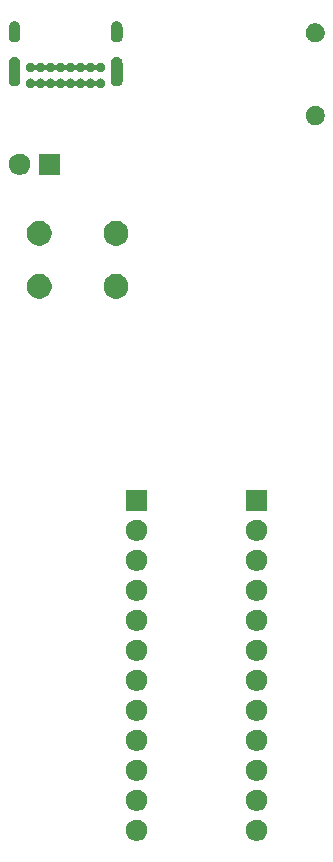
<source format=gbr>
G04 #@! TF.GenerationSoftware,KiCad,Pcbnew,5.1.5*
G04 #@! TF.CreationDate,2020-02-17T14:33:41-05:00*
G04 #@! TF.ProjectId,stm32,73746d33-322e-46b6-9963-61645f706362,B*
G04 #@! TF.SameCoordinates,Original*
G04 #@! TF.FileFunction,Soldermask,Bot*
G04 #@! TF.FilePolarity,Negative*
%FSLAX46Y46*%
G04 Gerber Fmt 4.6, Leading zero omitted, Abs format (unit mm)*
G04 Created by KiCad (PCBNEW 5.1.5) date 2020-02-17 14:33:41*
%MOMM*%
%LPD*%
G04 APERTURE LIST*
%ADD10C,0.100000*%
G04 APERTURE END LIST*
D10*
G36*
X132828512Y-128643927D02*
G01*
X132977812Y-128673624D01*
X133141784Y-128741544D01*
X133289354Y-128840147D01*
X133414853Y-128965646D01*
X133513456Y-129113216D01*
X133581376Y-129277188D01*
X133616000Y-129451259D01*
X133616000Y-129628741D01*
X133581376Y-129802812D01*
X133513456Y-129966784D01*
X133414853Y-130114354D01*
X133289354Y-130239853D01*
X133141784Y-130338456D01*
X132977812Y-130406376D01*
X132828512Y-130436073D01*
X132803742Y-130441000D01*
X132626258Y-130441000D01*
X132601488Y-130436073D01*
X132452188Y-130406376D01*
X132288216Y-130338456D01*
X132140646Y-130239853D01*
X132015147Y-130114354D01*
X131916544Y-129966784D01*
X131848624Y-129802812D01*
X131814000Y-129628741D01*
X131814000Y-129451259D01*
X131848624Y-129277188D01*
X131916544Y-129113216D01*
X132015147Y-128965646D01*
X132140646Y-128840147D01*
X132288216Y-128741544D01*
X132452188Y-128673624D01*
X132601488Y-128643927D01*
X132626258Y-128639000D01*
X132803742Y-128639000D01*
X132828512Y-128643927D01*
G37*
G36*
X122668512Y-128643927D02*
G01*
X122817812Y-128673624D01*
X122981784Y-128741544D01*
X123129354Y-128840147D01*
X123254853Y-128965646D01*
X123353456Y-129113216D01*
X123421376Y-129277188D01*
X123456000Y-129451259D01*
X123456000Y-129628741D01*
X123421376Y-129802812D01*
X123353456Y-129966784D01*
X123254853Y-130114354D01*
X123129354Y-130239853D01*
X122981784Y-130338456D01*
X122817812Y-130406376D01*
X122668512Y-130436073D01*
X122643742Y-130441000D01*
X122466258Y-130441000D01*
X122441488Y-130436073D01*
X122292188Y-130406376D01*
X122128216Y-130338456D01*
X121980646Y-130239853D01*
X121855147Y-130114354D01*
X121756544Y-129966784D01*
X121688624Y-129802812D01*
X121654000Y-129628741D01*
X121654000Y-129451259D01*
X121688624Y-129277188D01*
X121756544Y-129113216D01*
X121855147Y-128965646D01*
X121980646Y-128840147D01*
X122128216Y-128741544D01*
X122292188Y-128673624D01*
X122441488Y-128643927D01*
X122466258Y-128639000D01*
X122643742Y-128639000D01*
X122668512Y-128643927D01*
G37*
G36*
X132828512Y-126103927D02*
G01*
X132977812Y-126133624D01*
X133141784Y-126201544D01*
X133289354Y-126300147D01*
X133414853Y-126425646D01*
X133513456Y-126573216D01*
X133581376Y-126737188D01*
X133616000Y-126911259D01*
X133616000Y-127088741D01*
X133581376Y-127262812D01*
X133513456Y-127426784D01*
X133414853Y-127574354D01*
X133289354Y-127699853D01*
X133141784Y-127798456D01*
X132977812Y-127866376D01*
X132828512Y-127896073D01*
X132803742Y-127901000D01*
X132626258Y-127901000D01*
X132601488Y-127896073D01*
X132452188Y-127866376D01*
X132288216Y-127798456D01*
X132140646Y-127699853D01*
X132015147Y-127574354D01*
X131916544Y-127426784D01*
X131848624Y-127262812D01*
X131814000Y-127088741D01*
X131814000Y-126911259D01*
X131848624Y-126737188D01*
X131916544Y-126573216D01*
X132015147Y-126425646D01*
X132140646Y-126300147D01*
X132288216Y-126201544D01*
X132452188Y-126133624D01*
X132601488Y-126103927D01*
X132626258Y-126099000D01*
X132803742Y-126099000D01*
X132828512Y-126103927D01*
G37*
G36*
X122668512Y-126103927D02*
G01*
X122817812Y-126133624D01*
X122981784Y-126201544D01*
X123129354Y-126300147D01*
X123254853Y-126425646D01*
X123353456Y-126573216D01*
X123421376Y-126737188D01*
X123456000Y-126911259D01*
X123456000Y-127088741D01*
X123421376Y-127262812D01*
X123353456Y-127426784D01*
X123254853Y-127574354D01*
X123129354Y-127699853D01*
X122981784Y-127798456D01*
X122817812Y-127866376D01*
X122668512Y-127896073D01*
X122643742Y-127901000D01*
X122466258Y-127901000D01*
X122441488Y-127896073D01*
X122292188Y-127866376D01*
X122128216Y-127798456D01*
X121980646Y-127699853D01*
X121855147Y-127574354D01*
X121756544Y-127426784D01*
X121688624Y-127262812D01*
X121654000Y-127088741D01*
X121654000Y-126911259D01*
X121688624Y-126737188D01*
X121756544Y-126573216D01*
X121855147Y-126425646D01*
X121980646Y-126300147D01*
X122128216Y-126201544D01*
X122292188Y-126133624D01*
X122441488Y-126103927D01*
X122466258Y-126099000D01*
X122643742Y-126099000D01*
X122668512Y-126103927D01*
G37*
G36*
X132828512Y-123563927D02*
G01*
X132977812Y-123593624D01*
X133141784Y-123661544D01*
X133289354Y-123760147D01*
X133414853Y-123885646D01*
X133513456Y-124033216D01*
X133581376Y-124197188D01*
X133616000Y-124371259D01*
X133616000Y-124548741D01*
X133581376Y-124722812D01*
X133513456Y-124886784D01*
X133414853Y-125034354D01*
X133289354Y-125159853D01*
X133141784Y-125258456D01*
X132977812Y-125326376D01*
X132828512Y-125356073D01*
X132803742Y-125361000D01*
X132626258Y-125361000D01*
X132601488Y-125356073D01*
X132452188Y-125326376D01*
X132288216Y-125258456D01*
X132140646Y-125159853D01*
X132015147Y-125034354D01*
X131916544Y-124886784D01*
X131848624Y-124722812D01*
X131814000Y-124548741D01*
X131814000Y-124371259D01*
X131848624Y-124197188D01*
X131916544Y-124033216D01*
X132015147Y-123885646D01*
X132140646Y-123760147D01*
X132288216Y-123661544D01*
X132452188Y-123593624D01*
X132601488Y-123563927D01*
X132626258Y-123559000D01*
X132803742Y-123559000D01*
X132828512Y-123563927D01*
G37*
G36*
X122668512Y-123563927D02*
G01*
X122817812Y-123593624D01*
X122981784Y-123661544D01*
X123129354Y-123760147D01*
X123254853Y-123885646D01*
X123353456Y-124033216D01*
X123421376Y-124197188D01*
X123456000Y-124371259D01*
X123456000Y-124548741D01*
X123421376Y-124722812D01*
X123353456Y-124886784D01*
X123254853Y-125034354D01*
X123129354Y-125159853D01*
X122981784Y-125258456D01*
X122817812Y-125326376D01*
X122668512Y-125356073D01*
X122643742Y-125361000D01*
X122466258Y-125361000D01*
X122441488Y-125356073D01*
X122292188Y-125326376D01*
X122128216Y-125258456D01*
X121980646Y-125159853D01*
X121855147Y-125034354D01*
X121756544Y-124886784D01*
X121688624Y-124722812D01*
X121654000Y-124548741D01*
X121654000Y-124371259D01*
X121688624Y-124197188D01*
X121756544Y-124033216D01*
X121855147Y-123885646D01*
X121980646Y-123760147D01*
X122128216Y-123661544D01*
X122292188Y-123593624D01*
X122441488Y-123563927D01*
X122466258Y-123559000D01*
X122643742Y-123559000D01*
X122668512Y-123563927D01*
G37*
G36*
X132828512Y-121023927D02*
G01*
X132977812Y-121053624D01*
X133141784Y-121121544D01*
X133289354Y-121220147D01*
X133414853Y-121345646D01*
X133513456Y-121493216D01*
X133581376Y-121657188D01*
X133616000Y-121831259D01*
X133616000Y-122008741D01*
X133581376Y-122182812D01*
X133513456Y-122346784D01*
X133414853Y-122494354D01*
X133289354Y-122619853D01*
X133141784Y-122718456D01*
X132977812Y-122786376D01*
X132828512Y-122816073D01*
X132803742Y-122821000D01*
X132626258Y-122821000D01*
X132601488Y-122816073D01*
X132452188Y-122786376D01*
X132288216Y-122718456D01*
X132140646Y-122619853D01*
X132015147Y-122494354D01*
X131916544Y-122346784D01*
X131848624Y-122182812D01*
X131814000Y-122008741D01*
X131814000Y-121831259D01*
X131848624Y-121657188D01*
X131916544Y-121493216D01*
X132015147Y-121345646D01*
X132140646Y-121220147D01*
X132288216Y-121121544D01*
X132452188Y-121053624D01*
X132601488Y-121023927D01*
X132626258Y-121019000D01*
X132803742Y-121019000D01*
X132828512Y-121023927D01*
G37*
G36*
X122668512Y-121023927D02*
G01*
X122817812Y-121053624D01*
X122981784Y-121121544D01*
X123129354Y-121220147D01*
X123254853Y-121345646D01*
X123353456Y-121493216D01*
X123421376Y-121657188D01*
X123456000Y-121831259D01*
X123456000Y-122008741D01*
X123421376Y-122182812D01*
X123353456Y-122346784D01*
X123254853Y-122494354D01*
X123129354Y-122619853D01*
X122981784Y-122718456D01*
X122817812Y-122786376D01*
X122668512Y-122816073D01*
X122643742Y-122821000D01*
X122466258Y-122821000D01*
X122441488Y-122816073D01*
X122292188Y-122786376D01*
X122128216Y-122718456D01*
X121980646Y-122619853D01*
X121855147Y-122494354D01*
X121756544Y-122346784D01*
X121688624Y-122182812D01*
X121654000Y-122008741D01*
X121654000Y-121831259D01*
X121688624Y-121657188D01*
X121756544Y-121493216D01*
X121855147Y-121345646D01*
X121980646Y-121220147D01*
X122128216Y-121121544D01*
X122292188Y-121053624D01*
X122441488Y-121023927D01*
X122466258Y-121019000D01*
X122643742Y-121019000D01*
X122668512Y-121023927D01*
G37*
G36*
X132828512Y-118483927D02*
G01*
X132977812Y-118513624D01*
X133141784Y-118581544D01*
X133289354Y-118680147D01*
X133414853Y-118805646D01*
X133513456Y-118953216D01*
X133581376Y-119117188D01*
X133616000Y-119291259D01*
X133616000Y-119468741D01*
X133581376Y-119642812D01*
X133513456Y-119806784D01*
X133414853Y-119954354D01*
X133289354Y-120079853D01*
X133141784Y-120178456D01*
X132977812Y-120246376D01*
X132828512Y-120276073D01*
X132803742Y-120281000D01*
X132626258Y-120281000D01*
X132601488Y-120276073D01*
X132452188Y-120246376D01*
X132288216Y-120178456D01*
X132140646Y-120079853D01*
X132015147Y-119954354D01*
X131916544Y-119806784D01*
X131848624Y-119642812D01*
X131814000Y-119468741D01*
X131814000Y-119291259D01*
X131848624Y-119117188D01*
X131916544Y-118953216D01*
X132015147Y-118805646D01*
X132140646Y-118680147D01*
X132288216Y-118581544D01*
X132452188Y-118513624D01*
X132601488Y-118483927D01*
X132626258Y-118479000D01*
X132803742Y-118479000D01*
X132828512Y-118483927D01*
G37*
G36*
X122668512Y-118483927D02*
G01*
X122817812Y-118513624D01*
X122981784Y-118581544D01*
X123129354Y-118680147D01*
X123254853Y-118805646D01*
X123353456Y-118953216D01*
X123421376Y-119117188D01*
X123456000Y-119291259D01*
X123456000Y-119468741D01*
X123421376Y-119642812D01*
X123353456Y-119806784D01*
X123254853Y-119954354D01*
X123129354Y-120079853D01*
X122981784Y-120178456D01*
X122817812Y-120246376D01*
X122668512Y-120276073D01*
X122643742Y-120281000D01*
X122466258Y-120281000D01*
X122441488Y-120276073D01*
X122292188Y-120246376D01*
X122128216Y-120178456D01*
X121980646Y-120079853D01*
X121855147Y-119954354D01*
X121756544Y-119806784D01*
X121688624Y-119642812D01*
X121654000Y-119468741D01*
X121654000Y-119291259D01*
X121688624Y-119117188D01*
X121756544Y-118953216D01*
X121855147Y-118805646D01*
X121980646Y-118680147D01*
X122128216Y-118581544D01*
X122292188Y-118513624D01*
X122441488Y-118483927D01*
X122466258Y-118479000D01*
X122643742Y-118479000D01*
X122668512Y-118483927D01*
G37*
G36*
X122668512Y-115943927D02*
G01*
X122817812Y-115973624D01*
X122981784Y-116041544D01*
X123129354Y-116140147D01*
X123254853Y-116265646D01*
X123353456Y-116413216D01*
X123421376Y-116577188D01*
X123456000Y-116751259D01*
X123456000Y-116928741D01*
X123421376Y-117102812D01*
X123353456Y-117266784D01*
X123254853Y-117414354D01*
X123129354Y-117539853D01*
X122981784Y-117638456D01*
X122817812Y-117706376D01*
X122668512Y-117736073D01*
X122643742Y-117741000D01*
X122466258Y-117741000D01*
X122441488Y-117736073D01*
X122292188Y-117706376D01*
X122128216Y-117638456D01*
X121980646Y-117539853D01*
X121855147Y-117414354D01*
X121756544Y-117266784D01*
X121688624Y-117102812D01*
X121654000Y-116928741D01*
X121654000Y-116751259D01*
X121688624Y-116577188D01*
X121756544Y-116413216D01*
X121855147Y-116265646D01*
X121980646Y-116140147D01*
X122128216Y-116041544D01*
X122292188Y-115973624D01*
X122441488Y-115943927D01*
X122466258Y-115939000D01*
X122643742Y-115939000D01*
X122668512Y-115943927D01*
G37*
G36*
X132828512Y-115943927D02*
G01*
X132977812Y-115973624D01*
X133141784Y-116041544D01*
X133289354Y-116140147D01*
X133414853Y-116265646D01*
X133513456Y-116413216D01*
X133581376Y-116577188D01*
X133616000Y-116751259D01*
X133616000Y-116928741D01*
X133581376Y-117102812D01*
X133513456Y-117266784D01*
X133414853Y-117414354D01*
X133289354Y-117539853D01*
X133141784Y-117638456D01*
X132977812Y-117706376D01*
X132828512Y-117736073D01*
X132803742Y-117741000D01*
X132626258Y-117741000D01*
X132601488Y-117736073D01*
X132452188Y-117706376D01*
X132288216Y-117638456D01*
X132140646Y-117539853D01*
X132015147Y-117414354D01*
X131916544Y-117266784D01*
X131848624Y-117102812D01*
X131814000Y-116928741D01*
X131814000Y-116751259D01*
X131848624Y-116577188D01*
X131916544Y-116413216D01*
X132015147Y-116265646D01*
X132140646Y-116140147D01*
X132288216Y-116041544D01*
X132452188Y-115973624D01*
X132601488Y-115943927D01*
X132626258Y-115939000D01*
X132803742Y-115939000D01*
X132828512Y-115943927D01*
G37*
G36*
X132828512Y-113403927D02*
G01*
X132977812Y-113433624D01*
X133141784Y-113501544D01*
X133289354Y-113600147D01*
X133414853Y-113725646D01*
X133513456Y-113873216D01*
X133581376Y-114037188D01*
X133616000Y-114211259D01*
X133616000Y-114388741D01*
X133581376Y-114562812D01*
X133513456Y-114726784D01*
X133414853Y-114874354D01*
X133289354Y-114999853D01*
X133141784Y-115098456D01*
X132977812Y-115166376D01*
X132828512Y-115196073D01*
X132803742Y-115201000D01*
X132626258Y-115201000D01*
X132601488Y-115196073D01*
X132452188Y-115166376D01*
X132288216Y-115098456D01*
X132140646Y-114999853D01*
X132015147Y-114874354D01*
X131916544Y-114726784D01*
X131848624Y-114562812D01*
X131814000Y-114388741D01*
X131814000Y-114211259D01*
X131848624Y-114037188D01*
X131916544Y-113873216D01*
X132015147Y-113725646D01*
X132140646Y-113600147D01*
X132288216Y-113501544D01*
X132452188Y-113433624D01*
X132601488Y-113403927D01*
X132626258Y-113399000D01*
X132803742Y-113399000D01*
X132828512Y-113403927D01*
G37*
G36*
X122668512Y-113403927D02*
G01*
X122817812Y-113433624D01*
X122981784Y-113501544D01*
X123129354Y-113600147D01*
X123254853Y-113725646D01*
X123353456Y-113873216D01*
X123421376Y-114037188D01*
X123456000Y-114211259D01*
X123456000Y-114388741D01*
X123421376Y-114562812D01*
X123353456Y-114726784D01*
X123254853Y-114874354D01*
X123129354Y-114999853D01*
X122981784Y-115098456D01*
X122817812Y-115166376D01*
X122668512Y-115196073D01*
X122643742Y-115201000D01*
X122466258Y-115201000D01*
X122441488Y-115196073D01*
X122292188Y-115166376D01*
X122128216Y-115098456D01*
X121980646Y-114999853D01*
X121855147Y-114874354D01*
X121756544Y-114726784D01*
X121688624Y-114562812D01*
X121654000Y-114388741D01*
X121654000Y-114211259D01*
X121688624Y-114037188D01*
X121756544Y-113873216D01*
X121855147Y-113725646D01*
X121980646Y-113600147D01*
X122128216Y-113501544D01*
X122292188Y-113433624D01*
X122441488Y-113403927D01*
X122466258Y-113399000D01*
X122643742Y-113399000D01*
X122668512Y-113403927D01*
G37*
G36*
X132828512Y-110863927D02*
G01*
X132977812Y-110893624D01*
X133141784Y-110961544D01*
X133289354Y-111060147D01*
X133414853Y-111185646D01*
X133513456Y-111333216D01*
X133581376Y-111497188D01*
X133616000Y-111671259D01*
X133616000Y-111848741D01*
X133581376Y-112022812D01*
X133513456Y-112186784D01*
X133414853Y-112334354D01*
X133289354Y-112459853D01*
X133141784Y-112558456D01*
X132977812Y-112626376D01*
X132828512Y-112656073D01*
X132803742Y-112661000D01*
X132626258Y-112661000D01*
X132601488Y-112656073D01*
X132452188Y-112626376D01*
X132288216Y-112558456D01*
X132140646Y-112459853D01*
X132015147Y-112334354D01*
X131916544Y-112186784D01*
X131848624Y-112022812D01*
X131814000Y-111848741D01*
X131814000Y-111671259D01*
X131848624Y-111497188D01*
X131916544Y-111333216D01*
X132015147Y-111185646D01*
X132140646Y-111060147D01*
X132288216Y-110961544D01*
X132452188Y-110893624D01*
X132601488Y-110863927D01*
X132626258Y-110859000D01*
X132803742Y-110859000D01*
X132828512Y-110863927D01*
G37*
G36*
X122668512Y-110863927D02*
G01*
X122817812Y-110893624D01*
X122981784Y-110961544D01*
X123129354Y-111060147D01*
X123254853Y-111185646D01*
X123353456Y-111333216D01*
X123421376Y-111497188D01*
X123456000Y-111671259D01*
X123456000Y-111848741D01*
X123421376Y-112022812D01*
X123353456Y-112186784D01*
X123254853Y-112334354D01*
X123129354Y-112459853D01*
X122981784Y-112558456D01*
X122817812Y-112626376D01*
X122668512Y-112656073D01*
X122643742Y-112661000D01*
X122466258Y-112661000D01*
X122441488Y-112656073D01*
X122292188Y-112626376D01*
X122128216Y-112558456D01*
X121980646Y-112459853D01*
X121855147Y-112334354D01*
X121756544Y-112186784D01*
X121688624Y-112022812D01*
X121654000Y-111848741D01*
X121654000Y-111671259D01*
X121688624Y-111497188D01*
X121756544Y-111333216D01*
X121855147Y-111185646D01*
X121980646Y-111060147D01*
X122128216Y-110961544D01*
X122292188Y-110893624D01*
X122441488Y-110863927D01*
X122466258Y-110859000D01*
X122643742Y-110859000D01*
X122668512Y-110863927D01*
G37*
G36*
X122668512Y-108323927D02*
G01*
X122817812Y-108353624D01*
X122981784Y-108421544D01*
X123129354Y-108520147D01*
X123254853Y-108645646D01*
X123353456Y-108793216D01*
X123421376Y-108957188D01*
X123456000Y-109131259D01*
X123456000Y-109308741D01*
X123421376Y-109482812D01*
X123353456Y-109646784D01*
X123254853Y-109794354D01*
X123129354Y-109919853D01*
X122981784Y-110018456D01*
X122817812Y-110086376D01*
X122668512Y-110116073D01*
X122643742Y-110121000D01*
X122466258Y-110121000D01*
X122441488Y-110116073D01*
X122292188Y-110086376D01*
X122128216Y-110018456D01*
X121980646Y-109919853D01*
X121855147Y-109794354D01*
X121756544Y-109646784D01*
X121688624Y-109482812D01*
X121654000Y-109308741D01*
X121654000Y-109131259D01*
X121688624Y-108957188D01*
X121756544Y-108793216D01*
X121855147Y-108645646D01*
X121980646Y-108520147D01*
X122128216Y-108421544D01*
X122292188Y-108353624D01*
X122441488Y-108323927D01*
X122466258Y-108319000D01*
X122643742Y-108319000D01*
X122668512Y-108323927D01*
G37*
G36*
X132828512Y-108323927D02*
G01*
X132977812Y-108353624D01*
X133141784Y-108421544D01*
X133289354Y-108520147D01*
X133414853Y-108645646D01*
X133513456Y-108793216D01*
X133581376Y-108957188D01*
X133616000Y-109131259D01*
X133616000Y-109308741D01*
X133581376Y-109482812D01*
X133513456Y-109646784D01*
X133414853Y-109794354D01*
X133289354Y-109919853D01*
X133141784Y-110018456D01*
X132977812Y-110086376D01*
X132828512Y-110116073D01*
X132803742Y-110121000D01*
X132626258Y-110121000D01*
X132601488Y-110116073D01*
X132452188Y-110086376D01*
X132288216Y-110018456D01*
X132140646Y-109919853D01*
X132015147Y-109794354D01*
X131916544Y-109646784D01*
X131848624Y-109482812D01*
X131814000Y-109308741D01*
X131814000Y-109131259D01*
X131848624Y-108957188D01*
X131916544Y-108793216D01*
X132015147Y-108645646D01*
X132140646Y-108520147D01*
X132288216Y-108421544D01*
X132452188Y-108353624D01*
X132601488Y-108323927D01*
X132626258Y-108319000D01*
X132803742Y-108319000D01*
X132828512Y-108323927D01*
G37*
G36*
X132828512Y-105783927D02*
G01*
X132977812Y-105813624D01*
X133141784Y-105881544D01*
X133289354Y-105980147D01*
X133414853Y-106105646D01*
X133513456Y-106253216D01*
X133581376Y-106417188D01*
X133616000Y-106591259D01*
X133616000Y-106768741D01*
X133581376Y-106942812D01*
X133513456Y-107106784D01*
X133414853Y-107254354D01*
X133289354Y-107379853D01*
X133141784Y-107478456D01*
X132977812Y-107546376D01*
X132828512Y-107576073D01*
X132803742Y-107581000D01*
X132626258Y-107581000D01*
X132601488Y-107576073D01*
X132452188Y-107546376D01*
X132288216Y-107478456D01*
X132140646Y-107379853D01*
X132015147Y-107254354D01*
X131916544Y-107106784D01*
X131848624Y-106942812D01*
X131814000Y-106768741D01*
X131814000Y-106591259D01*
X131848624Y-106417188D01*
X131916544Y-106253216D01*
X132015147Y-106105646D01*
X132140646Y-105980147D01*
X132288216Y-105881544D01*
X132452188Y-105813624D01*
X132601488Y-105783927D01*
X132626258Y-105779000D01*
X132803742Y-105779000D01*
X132828512Y-105783927D01*
G37*
G36*
X122668512Y-105783927D02*
G01*
X122817812Y-105813624D01*
X122981784Y-105881544D01*
X123129354Y-105980147D01*
X123254853Y-106105646D01*
X123353456Y-106253216D01*
X123421376Y-106417188D01*
X123456000Y-106591259D01*
X123456000Y-106768741D01*
X123421376Y-106942812D01*
X123353456Y-107106784D01*
X123254853Y-107254354D01*
X123129354Y-107379853D01*
X122981784Y-107478456D01*
X122817812Y-107546376D01*
X122668512Y-107576073D01*
X122643742Y-107581000D01*
X122466258Y-107581000D01*
X122441488Y-107576073D01*
X122292188Y-107546376D01*
X122128216Y-107478456D01*
X121980646Y-107379853D01*
X121855147Y-107254354D01*
X121756544Y-107106784D01*
X121688624Y-106942812D01*
X121654000Y-106768741D01*
X121654000Y-106591259D01*
X121688624Y-106417188D01*
X121756544Y-106253216D01*
X121855147Y-106105646D01*
X121980646Y-105980147D01*
X122128216Y-105881544D01*
X122292188Y-105813624D01*
X122441488Y-105783927D01*
X122466258Y-105779000D01*
X122643742Y-105779000D01*
X122668512Y-105783927D01*
G37*
G36*
X132828512Y-103243927D02*
G01*
X132977812Y-103273624D01*
X133141784Y-103341544D01*
X133289354Y-103440147D01*
X133414853Y-103565646D01*
X133513456Y-103713216D01*
X133581376Y-103877188D01*
X133616000Y-104051259D01*
X133616000Y-104228741D01*
X133581376Y-104402812D01*
X133513456Y-104566784D01*
X133414853Y-104714354D01*
X133289354Y-104839853D01*
X133141784Y-104938456D01*
X132977812Y-105006376D01*
X132828512Y-105036073D01*
X132803742Y-105041000D01*
X132626258Y-105041000D01*
X132601488Y-105036073D01*
X132452188Y-105006376D01*
X132288216Y-104938456D01*
X132140646Y-104839853D01*
X132015147Y-104714354D01*
X131916544Y-104566784D01*
X131848624Y-104402812D01*
X131814000Y-104228741D01*
X131814000Y-104051259D01*
X131848624Y-103877188D01*
X131916544Y-103713216D01*
X132015147Y-103565646D01*
X132140646Y-103440147D01*
X132288216Y-103341544D01*
X132452188Y-103273624D01*
X132601488Y-103243927D01*
X132626258Y-103239000D01*
X132803742Y-103239000D01*
X132828512Y-103243927D01*
G37*
G36*
X122668512Y-103243927D02*
G01*
X122817812Y-103273624D01*
X122981784Y-103341544D01*
X123129354Y-103440147D01*
X123254853Y-103565646D01*
X123353456Y-103713216D01*
X123421376Y-103877188D01*
X123456000Y-104051259D01*
X123456000Y-104228741D01*
X123421376Y-104402812D01*
X123353456Y-104566784D01*
X123254853Y-104714354D01*
X123129354Y-104839853D01*
X122981784Y-104938456D01*
X122817812Y-105006376D01*
X122668512Y-105036073D01*
X122643742Y-105041000D01*
X122466258Y-105041000D01*
X122441488Y-105036073D01*
X122292188Y-105006376D01*
X122128216Y-104938456D01*
X121980646Y-104839853D01*
X121855147Y-104714354D01*
X121756544Y-104566784D01*
X121688624Y-104402812D01*
X121654000Y-104228741D01*
X121654000Y-104051259D01*
X121688624Y-103877188D01*
X121756544Y-103713216D01*
X121855147Y-103565646D01*
X121980646Y-103440147D01*
X122128216Y-103341544D01*
X122292188Y-103273624D01*
X122441488Y-103243927D01*
X122466258Y-103239000D01*
X122643742Y-103239000D01*
X122668512Y-103243927D01*
G37*
G36*
X133616000Y-102501000D02*
G01*
X131814000Y-102501000D01*
X131814000Y-100699000D01*
X133616000Y-100699000D01*
X133616000Y-102501000D01*
G37*
G36*
X123456000Y-102501000D02*
G01*
X121654000Y-102501000D01*
X121654000Y-100699000D01*
X123456000Y-100699000D01*
X123456000Y-102501000D01*
G37*
G36*
X114606564Y-82483389D02*
G01*
X114797833Y-82562615D01*
X114797835Y-82562616D01*
X114969973Y-82677635D01*
X115116365Y-82824027D01*
X115231385Y-82996167D01*
X115310611Y-83187436D01*
X115351000Y-83390484D01*
X115351000Y-83597516D01*
X115310611Y-83800564D01*
X115231385Y-83991833D01*
X115231384Y-83991835D01*
X115116365Y-84163973D01*
X114969973Y-84310365D01*
X114797835Y-84425384D01*
X114797834Y-84425385D01*
X114797833Y-84425385D01*
X114606564Y-84504611D01*
X114403516Y-84545000D01*
X114196484Y-84545000D01*
X113993436Y-84504611D01*
X113802167Y-84425385D01*
X113802166Y-84425385D01*
X113802165Y-84425384D01*
X113630027Y-84310365D01*
X113483635Y-84163973D01*
X113368616Y-83991835D01*
X113368615Y-83991833D01*
X113289389Y-83800564D01*
X113249000Y-83597516D01*
X113249000Y-83390484D01*
X113289389Y-83187436D01*
X113368615Y-82996167D01*
X113483635Y-82824027D01*
X113630027Y-82677635D01*
X113802165Y-82562616D01*
X113802167Y-82562615D01*
X113993436Y-82483389D01*
X114196484Y-82443000D01*
X114403516Y-82443000D01*
X114606564Y-82483389D01*
G37*
G36*
X121106564Y-82483389D02*
G01*
X121297833Y-82562615D01*
X121297835Y-82562616D01*
X121469973Y-82677635D01*
X121616365Y-82824027D01*
X121731385Y-82996167D01*
X121810611Y-83187436D01*
X121851000Y-83390484D01*
X121851000Y-83597516D01*
X121810611Y-83800564D01*
X121731385Y-83991833D01*
X121731384Y-83991835D01*
X121616365Y-84163973D01*
X121469973Y-84310365D01*
X121297835Y-84425384D01*
X121297834Y-84425385D01*
X121297833Y-84425385D01*
X121106564Y-84504611D01*
X120903516Y-84545000D01*
X120696484Y-84545000D01*
X120493436Y-84504611D01*
X120302167Y-84425385D01*
X120302166Y-84425385D01*
X120302165Y-84425384D01*
X120130027Y-84310365D01*
X119983635Y-84163973D01*
X119868616Y-83991835D01*
X119868615Y-83991833D01*
X119789389Y-83800564D01*
X119749000Y-83597516D01*
X119749000Y-83390484D01*
X119789389Y-83187436D01*
X119868615Y-82996167D01*
X119983635Y-82824027D01*
X120130027Y-82677635D01*
X120302165Y-82562616D01*
X120302167Y-82562615D01*
X120493436Y-82483389D01*
X120696484Y-82443000D01*
X120903516Y-82443000D01*
X121106564Y-82483389D01*
G37*
G36*
X114606564Y-77983389D02*
G01*
X114797833Y-78062615D01*
X114797835Y-78062616D01*
X114969973Y-78177635D01*
X115116365Y-78324027D01*
X115231385Y-78496167D01*
X115310611Y-78687436D01*
X115351000Y-78890484D01*
X115351000Y-79097516D01*
X115310611Y-79300564D01*
X115231385Y-79491833D01*
X115231384Y-79491835D01*
X115116365Y-79663973D01*
X114969973Y-79810365D01*
X114797835Y-79925384D01*
X114797834Y-79925385D01*
X114797833Y-79925385D01*
X114606564Y-80004611D01*
X114403516Y-80045000D01*
X114196484Y-80045000D01*
X113993436Y-80004611D01*
X113802167Y-79925385D01*
X113802166Y-79925385D01*
X113802165Y-79925384D01*
X113630027Y-79810365D01*
X113483635Y-79663973D01*
X113368616Y-79491835D01*
X113368615Y-79491833D01*
X113289389Y-79300564D01*
X113249000Y-79097516D01*
X113249000Y-78890484D01*
X113289389Y-78687436D01*
X113368615Y-78496167D01*
X113483635Y-78324027D01*
X113630027Y-78177635D01*
X113802165Y-78062616D01*
X113802167Y-78062615D01*
X113993436Y-77983389D01*
X114196484Y-77943000D01*
X114403516Y-77943000D01*
X114606564Y-77983389D01*
G37*
G36*
X121106564Y-77983389D02*
G01*
X121297833Y-78062615D01*
X121297835Y-78062616D01*
X121469973Y-78177635D01*
X121616365Y-78324027D01*
X121731385Y-78496167D01*
X121810611Y-78687436D01*
X121851000Y-78890484D01*
X121851000Y-79097516D01*
X121810611Y-79300564D01*
X121731385Y-79491833D01*
X121731384Y-79491835D01*
X121616365Y-79663973D01*
X121469973Y-79810365D01*
X121297835Y-79925384D01*
X121297834Y-79925385D01*
X121297833Y-79925385D01*
X121106564Y-80004611D01*
X120903516Y-80045000D01*
X120696484Y-80045000D01*
X120493436Y-80004611D01*
X120302167Y-79925385D01*
X120302166Y-79925385D01*
X120302165Y-79925384D01*
X120130027Y-79810365D01*
X119983635Y-79663973D01*
X119868616Y-79491835D01*
X119868615Y-79491833D01*
X119789389Y-79300564D01*
X119749000Y-79097516D01*
X119749000Y-78890484D01*
X119789389Y-78687436D01*
X119868615Y-78496167D01*
X119983635Y-78324027D01*
X120130027Y-78177635D01*
X120302165Y-78062616D01*
X120302167Y-78062615D01*
X120493436Y-77983389D01*
X120696484Y-77943000D01*
X120903516Y-77943000D01*
X121106564Y-77983389D01*
G37*
G36*
X112762512Y-72255927D02*
G01*
X112911812Y-72285624D01*
X113075784Y-72353544D01*
X113223354Y-72452147D01*
X113348853Y-72577646D01*
X113447456Y-72725216D01*
X113515376Y-72889188D01*
X113550000Y-73063259D01*
X113550000Y-73240741D01*
X113515376Y-73414812D01*
X113447456Y-73578784D01*
X113348853Y-73726354D01*
X113223354Y-73851853D01*
X113075784Y-73950456D01*
X112911812Y-74018376D01*
X112762512Y-74048073D01*
X112737742Y-74053000D01*
X112560258Y-74053000D01*
X112535488Y-74048073D01*
X112386188Y-74018376D01*
X112222216Y-73950456D01*
X112074646Y-73851853D01*
X111949147Y-73726354D01*
X111850544Y-73578784D01*
X111782624Y-73414812D01*
X111748000Y-73240741D01*
X111748000Y-73063259D01*
X111782624Y-72889188D01*
X111850544Y-72725216D01*
X111949147Y-72577646D01*
X112074646Y-72452147D01*
X112222216Y-72353544D01*
X112386188Y-72285624D01*
X112535488Y-72255927D01*
X112560258Y-72251000D01*
X112737742Y-72251000D01*
X112762512Y-72255927D01*
G37*
G36*
X116090000Y-74053000D02*
G01*
X114288000Y-74053000D01*
X114288000Y-72251000D01*
X116090000Y-72251000D01*
X116090000Y-74053000D01*
G37*
G36*
X137901642Y-68256781D02*
G01*
X138047414Y-68317162D01*
X138047416Y-68317163D01*
X138178608Y-68404822D01*
X138290178Y-68516392D01*
X138377837Y-68647584D01*
X138377838Y-68647586D01*
X138438219Y-68793358D01*
X138469000Y-68948107D01*
X138469000Y-69105893D01*
X138438219Y-69260642D01*
X138377838Y-69406414D01*
X138377837Y-69406416D01*
X138290178Y-69537608D01*
X138178608Y-69649178D01*
X138047416Y-69736837D01*
X138047415Y-69736838D01*
X138047414Y-69736838D01*
X137901642Y-69797219D01*
X137746893Y-69828000D01*
X137589107Y-69828000D01*
X137434358Y-69797219D01*
X137288586Y-69736838D01*
X137288585Y-69736838D01*
X137288584Y-69736837D01*
X137157392Y-69649178D01*
X137045822Y-69537608D01*
X136958163Y-69406416D01*
X136958162Y-69406414D01*
X136897781Y-69260642D01*
X136867000Y-69105893D01*
X136867000Y-68948107D01*
X136897781Y-68793358D01*
X136958162Y-68647586D01*
X136958163Y-68647584D01*
X137045822Y-68516392D01*
X137157392Y-68404822D01*
X137288584Y-68317163D01*
X137288586Y-68317162D01*
X137434358Y-68256781D01*
X137589107Y-68226000D01*
X137746893Y-68226000D01*
X137901642Y-68256781D01*
G37*
G36*
X113635231Y-65900705D02*
G01*
X113673967Y-65908410D01*
X113704195Y-65920931D01*
X113746944Y-65938638D01*
X113812622Y-65982523D01*
X113868478Y-66038379D01*
X113878067Y-66052730D01*
X113893613Y-66071672D01*
X113912555Y-66087217D01*
X113934165Y-66098768D01*
X113957614Y-66105881D01*
X113982001Y-66108283D01*
X114006387Y-66105881D01*
X114029836Y-66098768D01*
X114051446Y-66087217D01*
X114070388Y-66071671D01*
X114085933Y-66052730D01*
X114095522Y-66038379D01*
X114151378Y-65982523D01*
X114217056Y-65938638D01*
X114259805Y-65920931D01*
X114290033Y-65908410D01*
X114328769Y-65900705D01*
X114367504Y-65893000D01*
X114446496Y-65893000D01*
X114485231Y-65900705D01*
X114523967Y-65908410D01*
X114554195Y-65920931D01*
X114596944Y-65938638D01*
X114662622Y-65982523D01*
X114718478Y-66038379D01*
X114728067Y-66052730D01*
X114743613Y-66071672D01*
X114762555Y-66087217D01*
X114784165Y-66098768D01*
X114807614Y-66105881D01*
X114832001Y-66108283D01*
X114856387Y-66105881D01*
X114879836Y-66098768D01*
X114901446Y-66087217D01*
X114920388Y-66071671D01*
X114935933Y-66052730D01*
X114945522Y-66038379D01*
X115001378Y-65982523D01*
X115067056Y-65938638D01*
X115109805Y-65920931D01*
X115140033Y-65908410D01*
X115178769Y-65900705D01*
X115217504Y-65893000D01*
X115296496Y-65893000D01*
X115335231Y-65900705D01*
X115373967Y-65908410D01*
X115404195Y-65920931D01*
X115446944Y-65938638D01*
X115512622Y-65982523D01*
X115568478Y-66038379D01*
X115578067Y-66052730D01*
X115593613Y-66071672D01*
X115612555Y-66087217D01*
X115634165Y-66098768D01*
X115657614Y-66105881D01*
X115682001Y-66108283D01*
X115706387Y-66105881D01*
X115729836Y-66098768D01*
X115751446Y-66087217D01*
X115770388Y-66071671D01*
X115785933Y-66052730D01*
X115795522Y-66038379D01*
X115851378Y-65982523D01*
X115917056Y-65938638D01*
X115959805Y-65920931D01*
X115990033Y-65908410D01*
X116028769Y-65900705D01*
X116067504Y-65893000D01*
X116146496Y-65893000D01*
X116185231Y-65900705D01*
X116223967Y-65908410D01*
X116254195Y-65920931D01*
X116296944Y-65938638D01*
X116362622Y-65982523D01*
X116418478Y-66038379D01*
X116428067Y-66052730D01*
X116443613Y-66071672D01*
X116462555Y-66087217D01*
X116484165Y-66098768D01*
X116507614Y-66105881D01*
X116532001Y-66108283D01*
X116556387Y-66105881D01*
X116579836Y-66098768D01*
X116601446Y-66087217D01*
X116620388Y-66071671D01*
X116635933Y-66052730D01*
X116645522Y-66038379D01*
X116701378Y-65982523D01*
X116767056Y-65938638D01*
X116809805Y-65920931D01*
X116840033Y-65908410D01*
X116878769Y-65900705D01*
X116917504Y-65893000D01*
X116996496Y-65893000D01*
X117035231Y-65900705D01*
X117073967Y-65908410D01*
X117104195Y-65920931D01*
X117146944Y-65938638D01*
X117212622Y-65982523D01*
X117268478Y-66038379D01*
X117278067Y-66052730D01*
X117293613Y-66071672D01*
X117312555Y-66087217D01*
X117334165Y-66098768D01*
X117357614Y-66105881D01*
X117382001Y-66108283D01*
X117406387Y-66105881D01*
X117429836Y-66098768D01*
X117451446Y-66087217D01*
X117470388Y-66071671D01*
X117485933Y-66052730D01*
X117495522Y-66038379D01*
X117551378Y-65982523D01*
X117617056Y-65938638D01*
X117659805Y-65920931D01*
X117690033Y-65908410D01*
X117728769Y-65900705D01*
X117767504Y-65893000D01*
X117846496Y-65893000D01*
X117885231Y-65900705D01*
X117923967Y-65908410D01*
X117954195Y-65920931D01*
X117996944Y-65938638D01*
X118062622Y-65982523D01*
X118118478Y-66038379D01*
X118128067Y-66052730D01*
X118143613Y-66071672D01*
X118162555Y-66087217D01*
X118184165Y-66098768D01*
X118207614Y-66105881D01*
X118232001Y-66108283D01*
X118256387Y-66105881D01*
X118279836Y-66098768D01*
X118301446Y-66087217D01*
X118320388Y-66071671D01*
X118335933Y-66052730D01*
X118345522Y-66038379D01*
X118401378Y-65982523D01*
X118467056Y-65938638D01*
X118509805Y-65920931D01*
X118540033Y-65908410D01*
X118578769Y-65900705D01*
X118617504Y-65893000D01*
X118696496Y-65893000D01*
X118735231Y-65900705D01*
X118773967Y-65908410D01*
X118804195Y-65920931D01*
X118846944Y-65938638D01*
X118912622Y-65982523D01*
X118968478Y-66038379D01*
X118978067Y-66052730D01*
X118993613Y-66071672D01*
X119012555Y-66087217D01*
X119034165Y-66098768D01*
X119057614Y-66105881D01*
X119082001Y-66108283D01*
X119106387Y-66105881D01*
X119129836Y-66098768D01*
X119151446Y-66087217D01*
X119170388Y-66071671D01*
X119185933Y-66052730D01*
X119195522Y-66038379D01*
X119251378Y-65982523D01*
X119317056Y-65938638D01*
X119359805Y-65920931D01*
X119390033Y-65908410D01*
X119428769Y-65900705D01*
X119467504Y-65893000D01*
X119546496Y-65893000D01*
X119585231Y-65900705D01*
X119623967Y-65908410D01*
X119654195Y-65920931D01*
X119696944Y-65938638D01*
X119762622Y-65982523D01*
X119818477Y-66038378D01*
X119862362Y-66104056D01*
X119880069Y-66146805D01*
X119892590Y-66177033D01*
X119908000Y-66254505D01*
X119908000Y-66333495D01*
X119892590Y-66410967D01*
X119880069Y-66441195D01*
X119862362Y-66483944D01*
X119818477Y-66549622D01*
X119762622Y-66605477D01*
X119696944Y-66649362D01*
X119654195Y-66667069D01*
X119623967Y-66679590D01*
X119585231Y-66687295D01*
X119546496Y-66695000D01*
X119467504Y-66695000D01*
X119428769Y-66687295D01*
X119390033Y-66679590D01*
X119359805Y-66667069D01*
X119317056Y-66649362D01*
X119251378Y-66605477D01*
X119195522Y-66549621D01*
X119185933Y-66535270D01*
X119170387Y-66516328D01*
X119151445Y-66500783D01*
X119129835Y-66489232D01*
X119106386Y-66482119D01*
X119081999Y-66479717D01*
X119057613Y-66482119D01*
X119034164Y-66489232D01*
X119012554Y-66500783D01*
X118993612Y-66516329D01*
X118978067Y-66535270D01*
X118968478Y-66549621D01*
X118912622Y-66605477D01*
X118846944Y-66649362D01*
X118804195Y-66667069D01*
X118773967Y-66679590D01*
X118735231Y-66687295D01*
X118696496Y-66695000D01*
X118617504Y-66695000D01*
X118578769Y-66687295D01*
X118540033Y-66679590D01*
X118509805Y-66667069D01*
X118467056Y-66649362D01*
X118401378Y-66605477D01*
X118345522Y-66549621D01*
X118335933Y-66535270D01*
X118320387Y-66516328D01*
X118301445Y-66500783D01*
X118279835Y-66489232D01*
X118256386Y-66482119D01*
X118231999Y-66479717D01*
X118207613Y-66482119D01*
X118184164Y-66489232D01*
X118162554Y-66500783D01*
X118143612Y-66516329D01*
X118128067Y-66535270D01*
X118118478Y-66549621D01*
X118062622Y-66605477D01*
X117996944Y-66649362D01*
X117954195Y-66667069D01*
X117923967Y-66679590D01*
X117885231Y-66687295D01*
X117846496Y-66695000D01*
X117767504Y-66695000D01*
X117728769Y-66687295D01*
X117690033Y-66679590D01*
X117659805Y-66667069D01*
X117617056Y-66649362D01*
X117551378Y-66605477D01*
X117495522Y-66549621D01*
X117485933Y-66535270D01*
X117470387Y-66516328D01*
X117451445Y-66500783D01*
X117429835Y-66489232D01*
X117406386Y-66482119D01*
X117381999Y-66479717D01*
X117357613Y-66482119D01*
X117334164Y-66489232D01*
X117312554Y-66500783D01*
X117293612Y-66516329D01*
X117278067Y-66535270D01*
X117268478Y-66549621D01*
X117212622Y-66605477D01*
X117146944Y-66649362D01*
X117104195Y-66667069D01*
X117073967Y-66679590D01*
X117035231Y-66687295D01*
X116996496Y-66695000D01*
X116917504Y-66695000D01*
X116878769Y-66687295D01*
X116840033Y-66679590D01*
X116809805Y-66667069D01*
X116767056Y-66649362D01*
X116701378Y-66605477D01*
X116645522Y-66549621D01*
X116635933Y-66535270D01*
X116620387Y-66516328D01*
X116601445Y-66500783D01*
X116579835Y-66489232D01*
X116556386Y-66482119D01*
X116531999Y-66479717D01*
X116507613Y-66482119D01*
X116484164Y-66489232D01*
X116462554Y-66500783D01*
X116443612Y-66516329D01*
X116428067Y-66535270D01*
X116418478Y-66549621D01*
X116362622Y-66605477D01*
X116296944Y-66649362D01*
X116254195Y-66667069D01*
X116223967Y-66679590D01*
X116185231Y-66687295D01*
X116146496Y-66695000D01*
X116067504Y-66695000D01*
X116028769Y-66687295D01*
X115990033Y-66679590D01*
X115959805Y-66667069D01*
X115917056Y-66649362D01*
X115851378Y-66605477D01*
X115795522Y-66549621D01*
X115785933Y-66535270D01*
X115770387Y-66516328D01*
X115751445Y-66500783D01*
X115729835Y-66489232D01*
X115706386Y-66482119D01*
X115681999Y-66479717D01*
X115657613Y-66482119D01*
X115634164Y-66489232D01*
X115612554Y-66500783D01*
X115593612Y-66516329D01*
X115578067Y-66535270D01*
X115568478Y-66549621D01*
X115512622Y-66605477D01*
X115446944Y-66649362D01*
X115404195Y-66667069D01*
X115373967Y-66679590D01*
X115335231Y-66687295D01*
X115296496Y-66695000D01*
X115217504Y-66695000D01*
X115178769Y-66687295D01*
X115140033Y-66679590D01*
X115109805Y-66667069D01*
X115067056Y-66649362D01*
X115001378Y-66605477D01*
X114945522Y-66549621D01*
X114935933Y-66535270D01*
X114920387Y-66516328D01*
X114901445Y-66500783D01*
X114879835Y-66489232D01*
X114856386Y-66482119D01*
X114831999Y-66479717D01*
X114807613Y-66482119D01*
X114784164Y-66489232D01*
X114762554Y-66500783D01*
X114743612Y-66516329D01*
X114728067Y-66535270D01*
X114718478Y-66549621D01*
X114662622Y-66605477D01*
X114596944Y-66649362D01*
X114554195Y-66667069D01*
X114523967Y-66679590D01*
X114485231Y-66687295D01*
X114446496Y-66695000D01*
X114367504Y-66695000D01*
X114328769Y-66687295D01*
X114290033Y-66679590D01*
X114259805Y-66667069D01*
X114217056Y-66649362D01*
X114151378Y-66605477D01*
X114095522Y-66549621D01*
X114085933Y-66535270D01*
X114070387Y-66516328D01*
X114051445Y-66500783D01*
X114029835Y-66489232D01*
X114006386Y-66482119D01*
X113981999Y-66479717D01*
X113957613Y-66482119D01*
X113934164Y-66489232D01*
X113912554Y-66500783D01*
X113893612Y-66516329D01*
X113878067Y-66535270D01*
X113868478Y-66549621D01*
X113812622Y-66605477D01*
X113746944Y-66649362D01*
X113704195Y-66667069D01*
X113673967Y-66679590D01*
X113635231Y-66687295D01*
X113596496Y-66695000D01*
X113517504Y-66695000D01*
X113478769Y-66687295D01*
X113440033Y-66679590D01*
X113409805Y-66667069D01*
X113367056Y-66649362D01*
X113301378Y-66605477D01*
X113245523Y-66549622D01*
X113201638Y-66483944D01*
X113183931Y-66441195D01*
X113171410Y-66410967D01*
X113156000Y-66333495D01*
X113156000Y-66254505D01*
X113171410Y-66177033D01*
X113183931Y-66146805D01*
X113201638Y-66104056D01*
X113245523Y-66038378D01*
X113301378Y-65982523D01*
X113367056Y-65938638D01*
X113409805Y-65920931D01*
X113440033Y-65908410D01*
X113478769Y-65900705D01*
X113517504Y-65893000D01*
X113596496Y-65893000D01*
X113635231Y-65900705D01*
G37*
G36*
X120955213Y-64070249D02*
G01*
X121049652Y-64098897D01*
X121136687Y-64145418D01*
X121212975Y-64208025D01*
X121275582Y-64284313D01*
X121322103Y-64371348D01*
X121350751Y-64465787D01*
X121358000Y-64539388D01*
X121358000Y-66088612D01*
X121350751Y-66162213D01*
X121322103Y-66256652D01*
X121275582Y-66343687D01*
X121212975Y-66419975D01*
X121136687Y-66482582D01*
X121049651Y-66529103D01*
X120955212Y-66557751D01*
X120857000Y-66567424D01*
X120758787Y-66557751D01*
X120664348Y-66529103D01*
X120577313Y-66482582D01*
X120501025Y-66419975D01*
X120438418Y-66343687D01*
X120391897Y-66256651D01*
X120363249Y-66162212D01*
X120356000Y-66088611D01*
X120356001Y-64539388D01*
X120363250Y-64465787D01*
X120391898Y-64371348D01*
X120438419Y-64284313D01*
X120501026Y-64208025D01*
X120577314Y-64145418D01*
X120664349Y-64098897D01*
X120758788Y-64070249D01*
X120857000Y-64060576D01*
X120955213Y-64070249D01*
G37*
G36*
X112305213Y-64070249D02*
G01*
X112399652Y-64098897D01*
X112486687Y-64145418D01*
X112562975Y-64208025D01*
X112625582Y-64284313D01*
X112672103Y-64371348D01*
X112700751Y-64465787D01*
X112708000Y-64539388D01*
X112708000Y-66088612D01*
X112700751Y-66162213D01*
X112672103Y-66256652D01*
X112625582Y-66343687D01*
X112562975Y-66419975D01*
X112486687Y-66482582D01*
X112399651Y-66529103D01*
X112305212Y-66557751D01*
X112207000Y-66567424D01*
X112108787Y-66557751D01*
X112014348Y-66529103D01*
X111927313Y-66482582D01*
X111851025Y-66419975D01*
X111788418Y-66343687D01*
X111741897Y-66256651D01*
X111713249Y-66162212D01*
X111706000Y-66088611D01*
X111706001Y-64539388D01*
X111713250Y-64465787D01*
X111741898Y-64371348D01*
X111788419Y-64284313D01*
X111851026Y-64208025D01*
X111927314Y-64145418D01*
X112014349Y-64098897D01*
X112108788Y-64070249D01*
X112207000Y-64060576D01*
X112305213Y-64070249D01*
G37*
G36*
X113635231Y-64550705D02*
G01*
X113673967Y-64558410D01*
X113704195Y-64570931D01*
X113746944Y-64588638D01*
X113812622Y-64632523D01*
X113868478Y-64688379D01*
X113878067Y-64702730D01*
X113893613Y-64721672D01*
X113912555Y-64737217D01*
X113934165Y-64748768D01*
X113957614Y-64755881D01*
X113982001Y-64758283D01*
X114006387Y-64755881D01*
X114029836Y-64748768D01*
X114051446Y-64737217D01*
X114070388Y-64721671D01*
X114085933Y-64702730D01*
X114095522Y-64688379D01*
X114151378Y-64632523D01*
X114217056Y-64588638D01*
X114259805Y-64570931D01*
X114290033Y-64558410D01*
X114328769Y-64550705D01*
X114367504Y-64543000D01*
X114446496Y-64543000D01*
X114485231Y-64550705D01*
X114523967Y-64558410D01*
X114554195Y-64570931D01*
X114596944Y-64588638D01*
X114662622Y-64632523D01*
X114718478Y-64688379D01*
X114728067Y-64702730D01*
X114743613Y-64721672D01*
X114762555Y-64737217D01*
X114784165Y-64748768D01*
X114807614Y-64755881D01*
X114832001Y-64758283D01*
X114856387Y-64755881D01*
X114879836Y-64748768D01*
X114901446Y-64737217D01*
X114920388Y-64721671D01*
X114935933Y-64702730D01*
X114945522Y-64688379D01*
X115001378Y-64632523D01*
X115067056Y-64588638D01*
X115109805Y-64570931D01*
X115140033Y-64558410D01*
X115178769Y-64550705D01*
X115217504Y-64543000D01*
X115296496Y-64543000D01*
X115335231Y-64550705D01*
X115373967Y-64558410D01*
X115404195Y-64570931D01*
X115446944Y-64588638D01*
X115512622Y-64632523D01*
X115568478Y-64688379D01*
X115578067Y-64702730D01*
X115593613Y-64721672D01*
X115612555Y-64737217D01*
X115634165Y-64748768D01*
X115657614Y-64755881D01*
X115682001Y-64758283D01*
X115706387Y-64755881D01*
X115729836Y-64748768D01*
X115751446Y-64737217D01*
X115770388Y-64721671D01*
X115785933Y-64702730D01*
X115795522Y-64688379D01*
X115851378Y-64632523D01*
X115917056Y-64588638D01*
X115959805Y-64570931D01*
X115990033Y-64558410D01*
X116028769Y-64550705D01*
X116067504Y-64543000D01*
X116146496Y-64543000D01*
X116185231Y-64550705D01*
X116223967Y-64558410D01*
X116254195Y-64570931D01*
X116296944Y-64588638D01*
X116362622Y-64632523D01*
X116418478Y-64688379D01*
X116428067Y-64702730D01*
X116443613Y-64721672D01*
X116462555Y-64737217D01*
X116484165Y-64748768D01*
X116507614Y-64755881D01*
X116532001Y-64758283D01*
X116556387Y-64755881D01*
X116579836Y-64748768D01*
X116601446Y-64737217D01*
X116620388Y-64721671D01*
X116635933Y-64702730D01*
X116645522Y-64688379D01*
X116701378Y-64632523D01*
X116767056Y-64588638D01*
X116809805Y-64570931D01*
X116840033Y-64558410D01*
X116878769Y-64550705D01*
X116917504Y-64543000D01*
X116996496Y-64543000D01*
X117035231Y-64550705D01*
X117073967Y-64558410D01*
X117104195Y-64570931D01*
X117146944Y-64588638D01*
X117212622Y-64632523D01*
X117268478Y-64688379D01*
X117278067Y-64702730D01*
X117293613Y-64721672D01*
X117312555Y-64737217D01*
X117334165Y-64748768D01*
X117357614Y-64755881D01*
X117382001Y-64758283D01*
X117406387Y-64755881D01*
X117429836Y-64748768D01*
X117451446Y-64737217D01*
X117470388Y-64721671D01*
X117485933Y-64702730D01*
X117495522Y-64688379D01*
X117551378Y-64632523D01*
X117617056Y-64588638D01*
X117659805Y-64570931D01*
X117690033Y-64558410D01*
X117728769Y-64550705D01*
X117767504Y-64543000D01*
X117846496Y-64543000D01*
X117885231Y-64550705D01*
X117923967Y-64558410D01*
X117954195Y-64570931D01*
X117996944Y-64588638D01*
X118062622Y-64632523D01*
X118118478Y-64688379D01*
X118128067Y-64702730D01*
X118143613Y-64721672D01*
X118162555Y-64737217D01*
X118184165Y-64748768D01*
X118207614Y-64755881D01*
X118232001Y-64758283D01*
X118256387Y-64755881D01*
X118279836Y-64748768D01*
X118301446Y-64737217D01*
X118320388Y-64721671D01*
X118335933Y-64702730D01*
X118345522Y-64688379D01*
X118401378Y-64632523D01*
X118467056Y-64588638D01*
X118509805Y-64570931D01*
X118540033Y-64558410D01*
X118578769Y-64550705D01*
X118617504Y-64543000D01*
X118696496Y-64543000D01*
X118735231Y-64550705D01*
X118773967Y-64558410D01*
X118804195Y-64570931D01*
X118846944Y-64588638D01*
X118912622Y-64632523D01*
X118968478Y-64688379D01*
X118978067Y-64702730D01*
X118993613Y-64721672D01*
X119012555Y-64737217D01*
X119034165Y-64748768D01*
X119057614Y-64755881D01*
X119082001Y-64758283D01*
X119106387Y-64755881D01*
X119129836Y-64748768D01*
X119151446Y-64737217D01*
X119170388Y-64721671D01*
X119185933Y-64702730D01*
X119195522Y-64688379D01*
X119251378Y-64632523D01*
X119317056Y-64588638D01*
X119359805Y-64570931D01*
X119390033Y-64558410D01*
X119428769Y-64550705D01*
X119467504Y-64543000D01*
X119546496Y-64543000D01*
X119585231Y-64550705D01*
X119623967Y-64558410D01*
X119654195Y-64570931D01*
X119696944Y-64588638D01*
X119762622Y-64632523D01*
X119818477Y-64688378D01*
X119862362Y-64754056D01*
X119892590Y-64827034D01*
X119908000Y-64904504D01*
X119908000Y-64983496D01*
X119892590Y-65060966D01*
X119862362Y-65133944D01*
X119818477Y-65199622D01*
X119762622Y-65255477D01*
X119696944Y-65299362D01*
X119654195Y-65317069D01*
X119623967Y-65329590D01*
X119585231Y-65337295D01*
X119546496Y-65345000D01*
X119467504Y-65345000D01*
X119428769Y-65337295D01*
X119390033Y-65329590D01*
X119359805Y-65317069D01*
X119317056Y-65299362D01*
X119251378Y-65255477D01*
X119195522Y-65199621D01*
X119185933Y-65185270D01*
X119170387Y-65166328D01*
X119151445Y-65150783D01*
X119129835Y-65139232D01*
X119106386Y-65132119D01*
X119081999Y-65129717D01*
X119057613Y-65132119D01*
X119034164Y-65139232D01*
X119012554Y-65150783D01*
X118993612Y-65166329D01*
X118978067Y-65185270D01*
X118968478Y-65199621D01*
X118912622Y-65255477D01*
X118846944Y-65299362D01*
X118804195Y-65317069D01*
X118773967Y-65329590D01*
X118735231Y-65337295D01*
X118696496Y-65345000D01*
X118617504Y-65345000D01*
X118578769Y-65337295D01*
X118540033Y-65329590D01*
X118509805Y-65317069D01*
X118467056Y-65299362D01*
X118401378Y-65255477D01*
X118345522Y-65199621D01*
X118335933Y-65185270D01*
X118320387Y-65166328D01*
X118301445Y-65150783D01*
X118279835Y-65139232D01*
X118256386Y-65132119D01*
X118231999Y-65129717D01*
X118207613Y-65132119D01*
X118184164Y-65139232D01*
X118162554Y-65150783D01*
X118143612Y-65166329D01*
X118128067Y-65185270D01*
X118118478Y-65199621D01*
X118062622Y-65255477D01*
X117996944Y-65299362D01*
X117954195Y-65317069D01*
X117923967Y-65329590D01*
X117885231Y-65337295D01*
X117846496Y-65345000D01*
X117767504Y-65345000D01*
X117728769Y-65337295D01*
X117690033Y-65329590D01*
X117659805Y-65317069D01*
X117617056Y-65299362D01*
X117551378Y-65255477D01*
X117495522Y-65199621D01*
X117485933Y-65185270D01*
X117470387Y-65166328D01*
X117451445Y-65150783D01*
X117429835Y-65139232D01*
X117406386Y-65132119D01*
X117381999Y-65129717D01*
X117357613Y-65132119D01*
X117334164Y-65139232D01*
X117312554Y-65150783D01*
X117293612Y-65166329D01*
X117278067Y-65185270D01*
X117268478Y-65199621D01*
X117212622Y-65255477D01*
X117146944Y-65299362D01*
X117104195Y-65317069D01*
X117073967Y-65329590D01*
X117035231Y-65337295D01*
X116996496Y-65345000D01*
X116917504Y-65345000D01*
X116878769Y-65337295D01*
X116840033Y-65329590D01*
X116809805Y-65317069D01*
X116767056Y-65299362D01*
X116701378Y-65255477D01*
X116645522Y-65199621D01*
X116635933Y-65185270D01*
X116620387Y-65166328D01*
X116601445Y-65150783D01*
X116579835Y-65139232D01*
X116556386Y-65132119D01*
X116531999Y-65129717D01*
X116507613Y-65132119D01*
X116484164Y-65139232D01*
X116462554Y-65150783D01*
X116443612Y-65166329D01*
X116428067Y-65185270D01*
X116418478Y-65199621D01*
X116362622Y-65255477D01*
X116296944Y-65299362D01*
X116254195Y-65317069D01*
X116223967Y-65329590D01*
X116185231Y-65337295D01*
X116146496Y-65345000D01*
X116067504Y-65345000D01*
X116028769Y-65337295D01*
X115990033Y-65329590D01*
X115959805Y-65317069D01*
X115917056Y-65299362D01*
X115851378Y-65255477D01*
X115795522Y-65199621D01*
X115785933Y-65185270D01*
X115770387Y-65166328D01*
X115751445Y-65150783D01*
X115729835Y-65139232D01*
X115706386Y-65132119D01*
X115681999Y-65129717D01*
X115657613Y-65132119D01*
X115634164Y-65139232D01*
X115612554Y-65150783D01*
X115593612Y-65166329D01*
X115578067Y-65185270D01*
X115568478Y-65199621D01*
X115512622Y-65255477D01*
X115446944Y-65299362D01*
X115404195Y-65317069D01*
X115373967Y-65329590D01*
X115335231Y-65337295D01*
X115296496Y-65345000D01*
X115217504Y-65345000D01*
X115178769Y-65337295D01*
X115140033Y-65329590D01*
X115109805Y-65317069D01*
X115067056Y-65299362D01*
X115001378Y-65255477D01*
X114945522Y-65199621D01*
X114935933Y-65185270D01*
X114920387Y-65166328D01*
X114901445Y-65150783D01*
X114879835Y-65139232D01*
X114856386Y-65132119D01*
X114831999Y-65129717D01*
X114807613Y-65132119D01*
X114784164Y-65139232D01*
X114762554Y-65150783D01*
X114743612Y-65166329D01*
X114728067Y-65185270D01*
X114718478Y-65199621D01*
X114662622Y-65255477D01*
X114596944Y-65299362D01*
X114554195Y-65317069D01*
X114523967Y-65329590D01*
X114485231Y-65337295D01*
X114446496Y-65345000D01*
X114367504Y-65345000D01*
X114328769Y-65337295D01*
X114290033Y-65329590D01*
X114259805Y-65317069D01*
X114217056Y-65299362D01*
X114151378Y-65255477D01*
X114095522Y-65199621D01*
X114085933Y-65185270D01*
X114070387Y-65166328D01*
X114051445Y-65150783D01*
X114029835Y-65139232D01*
X114006386Y-65132119D01*
X113981999Y-65129717D01*
X113957613Y-65132119D01*
X113934164Y-65139232D01*
X113912554Y-65150783D01*
X113893612Y-65166329D01*
X113878067Y-65185270D01*
X113868478Y-65199621D01*
X113812622Y-65255477D01*
X113746944Y-65299362D01*
X113704195Y-65317069D01*
X113673967Y-65329590D01*
X113635231Y-65337295D01*
X113596496Y-65345000D01*
X113517504Y-65345000D01*
X113478769Y-65337295D01*
X113440033Y-65329590D01*
X113409805Y-65317069D01*
X113367056Y-65299362D01*
X113301378Y-65255477D01*
X113245523Y-65199622D01*
X113201638Y-65133944D01*
X113171410Y-65060966D01*
X113156000Y-64983496D01*
X113156000Y-64904504D01*
X113171410Y-64827034D01*
X113201638Y-64754056D01*
X113245523Y-64688378D01*
X113301378Y-64632523D01*
X113367056Y-64588638D01*
X113409805Y-64570931D01*
X113440033Y-64558410D01*
X113478769Y-64550705D01*
X113517504Y-64543000D01*
X113596496Y-64543000D01*
X113635231Y-64550705D01*
G37*
G36*
X120955213Y-61040249D02*
G01*
X121049652Y-61068897D01*
X121136687Y-61115418D01*
X121212975Y-61178025D01*
X121275582Y-61254313D01*
X121322103Y-61341348D01*
X121350751Y-61435787D01*
X121358000Y-61509388D01*
X121358000Y-62358612D01*
X121350751Y-62432213D01*
X121322103Y-62526652D01*
X121275582Y-62613687D01*
X121212975Y-62689975D01*
X121136687Y-62752582D01*
X121049651Y-62799103D01*
X120955212Y-62827751D01*
X120857000Y-62837424D01*
X120758787Y-62827751D01*
X120664348Y-62799103D01*
X120577313Y-62752582D01*
X120501025Y-62689975D01*
X120438418Y-62613687D01*
X120391897Y-62526651D01*
X120363249Y-62432212D01*
X120356000Y-62358611D01*
X120356000Y-61509398D01*
X120363250Y-61435786D01*
X120373846Y-61400856D01*
X120391898Y-61341348D01*
X120438419Y-61254313D01*
X120501026Y-61178025D01*
X120577314Y-61115418D01*
X120664349Y-61068897D01*
X120758788Y-61040249D01*
X120857000Y-61030576D01*
X120955213Y-61040249D01*
G37*
G36*
X112305213Y-61040249D02*
G01*
X112399652Y-61068897D01*
X112486687Y-61115418D01*
X112562975Y-61178025D01*
X112625582Y-61254313D01*
X112672103Y-61341348D01*
X112700751Y-61435787D01*
X112708000Y-61509388D01*
X112708000Y-62358612D01*
X112700751Y-62432213D01*
X112672103Y-62526652D01*
X112625582Y-62613687D01*
X112562975Y-62689975D01*
X112486687Y-62752582D01*
X112399651Y-62799103D01*
X112305212Y-62827751D01*
X112207000Y-62837424D01*
X112108787Y-62827751D01*
X112014348Y-62799103D01*
X111927313Y-62752582D01*
X111851025Y-62689975D01*
X111788418Y-62613687D01*
X111741897Y-62526651D01*
X111713249Y-62432212D01*
X111706000Y-62358611D01*
X111706000Y-61509398D01*
X111713250Y-61435786D01*
X111723846Y-61400856D01*
X111741898Y-61341348D01*
X111788419Y-61254313D01*
X111851026Y-61178025D01*
X111927314Y-61115418D01*
X112014349Y-61068897D01*
X112108788Y-61040249D01*
X112207000Y-61030576D01*
X112305213Y-61040249D01*
G37*
G36*
X137901642Y-61256781D02*
G01*
X138047414Y-61317162D01*
X138047416Y-61317163D01*
X138178608Y-61404822D01*
X138290178Y-61516392D01*
X138377837Y-61647584D01*
X138377838Y-61647586D01*
X138438219Y-61793358D01*
X138469000Y-61948107D01*
X138469000Y-62105893D01*
X138438219Y-62260642D01*
X138397638Y-62358612D01*
X138377837Y-62406416D01*
X138290178Y-62537608D01*
X138178608Y-62649178D01*
X138047416Y-62736837D01*
X138047415Y-62736838D01*
X138047414Y-62736838D01*
X137901642Y-62797219D01*
X137746893Y-62828000D01*
X137589107Y-62828000D01*
X137434358Y-62797219D01*
X137288586Y-62736838D01*
X137288585Y-62736838D01*
X137288584Y-62736837D01*
X137157392Y-62649178D01*
X137045822Y-62537608D01*
X136958163Y-62406416D01*
X136938362Y-62358612D01*
X136897781Y-62260642D01*
X136867000Y-62105893D01*
X136867000Y-61948107D01*
X136897781Y-61793358D01*
X136958162Y-61647586D01*
X136958163Y-61647584D01*
X137045822Y-61516392D01*
X137157392Y-61404822D01*
X137288584Y-61317163D01*
X137288586Y-61317162D01*
X137434358Y-61256781D01*
X137589107Y-61226000D01*
X137746893Y-61226000D01*
X137901642Y-61256781D01*
G37*
M02*

</source>
